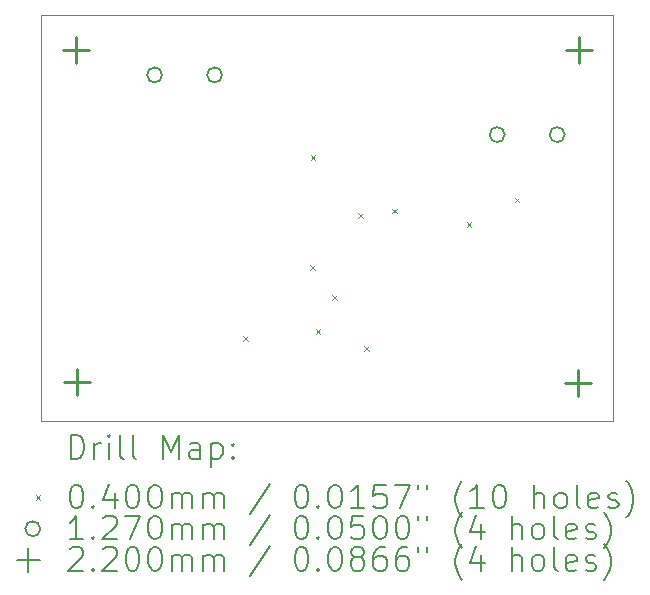
<source format=gbr>
%TF.GenerationSoftware,KiCad,Pcbnew,(6.0.10)*%
%TF.CreationDate,2023-02-10T16:59:45+05:30*%
%TF.ProjectId,MpptDemoBoard,4d707074-4465-46d6-9f42-6f6172642e6b,rev?*%
%TF.SameCoordinates,Original*%
%TF.FileFunction,Drillmap*%
%TF.FilePolarity,Positive*%
%FSLAX45Y45*%
G04 Gerber Fmt 4.5, Leading zero omitted, Abs format (unit mm)*
G04 Created by KiCad (PCBNEW (6.0.10)) date 2023-02-10 16:59:45*
%MOMM*%
%LPD*%
G01*
G04 APERTURE LIST*
%ADD10C,0.100000*%
%ADD11C,0.200000*%
%ADD12C,0.040000*%
%ADD13C,0.127000*%
%ADD14C,0.220000*%
G04 APERTURE END LIST*
D10*
X9903460Y-9779000D02*
X14747240Y-9779000D01*
X14747240Y-9779000D02*
X14747240Y-13223240D01*
X14747240Y-13223240D02*
X9903460Y-13223240D01*
X9903460Y-13223240D02*
X9903460Y-9779000D01*
D11*
D12*
X11613200Y-12502200D02*
X11653200Y-12542200D01*
X11653200Y-12502200D02*
X11613200Y-12542200D01*
X12182160Y-11900220D02*
X12222160Y-11940220D01*
X12222160Y-11900220D02*
X12182160Y-11940220D01*
X12187240Y-10968040D02*
X12227240Y-11008040D01*
X12227240Y-10968040D02*
X12187240Y-11008040D01*
X12230420Y-12443780D02*
X12270420Y-12483780D01*
X12270420Y-12443780D02*
X12230420Y-12483780D01*
X12370120Y-12151680D02*
X12410120Y-12191680D01*
X12410120Y-12151680D02*
X12370120Y-12191680D01*
X12588560Y-11458260D02*
X12628560Y-11498260D01*
X12628560Y-11458260D02*
X12588560Y-11498260D01*
X12641900Y-12588560D02*
X12681900Y-12628560D01*
X12681900Y-12588560D02*
X12641900Y-12628560D01*
X12875580Y-11422700D02*
X12915580Y-11462700D01*
X12915580Y-11422700D02*
X12875580Y-11462700D01*
X13508040Y-11537000D02*
X13548040Y-11577000D01*
X13548040Y-11537000D02*
X13508040Y-11577000D01*
X13914440Y-11328720D02*
X13954440Y-11368720D01*
X13954440Y-11328720D02*
X13914440Y-11368720D01*
D13*
X10929620Y-10289540D02*
G75*
G03*
X10929620Y-10289540I-63500J0D01*
G01*
X11437620Y-10289540D02*
G75*
G03*
X11437620Y-10289540I-63500J0D01*
G01*
X13830300Y-10795000D02*
G75*
G03*
X13830300Y-10795000I-63500J0D01*
G01*
X14338300Y-10795000D02*
G75*
G03*
X14338300Y-10795000I-63500J0D01*
G01*
D14*
X10203180Y-9966180D02*
X10203180Y-10186180D01*
X10093180Y-10076180D02*
X10313180Y-10076180D01*
X10208260Y-12775420D02*
X10208260Y-12995420D01*
X10098260Y-12885420D02*
X10318260Y-12885420D01*
X14455140Y-12785580D02*
X14455140Y-13005580D01*
X14345140Y-12895580D02*
X14565140Y-12895580D01*
X14462760Y-9968720D02*
X14462760Y-10188720D01*
X14352760Y-10078720D02*
X14572760Y-10078720D01*
D11*
X10156079Y-13538716D02*
X10156079Y-13338716D01*
X10203698Y-13338716D01*
X10232270Y-13348240D01*
X10251317Y-13367288D01*
X10260841Y-13386335D01*
X10270365Y-13424430D01*
X10270365Y-13453002D01*
X10260841Y-13491097D01*
X10251317Y-13510145D01*
X10232270Y-13529192D01*
X10203698Y-13538716D01*
X10156079Y-13538716D01*
X10356079Y-13538716D02*
X10356079Y-13405383D01*
X10356079Y-13443478D02*
X10365603Y-13424430D01*
X10375127Y-13414907D01*
X10394174Y-13405383D01*
X10413222Y-13405383D01*
X10479889Y-13538716D02*
X10479889Y-13405383D01*
X10479889Y-13338716D02*
X10470365Y-13348240D01*
X10479889Y-13357764D01*
X10489412Y-13348240D01*
X10479889Y-13338716D01*
X10479889Y-13357764D01*
X10603698Y-13538716D02*
X10584650Y-13529192D01*
X10575127Y-13510145D01*
X10575127Y-13338716D01*
X10708460Y-13538716D02*
X10689412Y-13529192D01*
X10679889Y-13510145D01*
X10679889Y-13338716D01*
X10937031Y-13538716D02*
X10937031Y-13338716D01*
X11003698Y-13481573D01*
X11070365Y-13338716D01*
X11070365Y-13538716D01*
X11251317Y-13538716D02*
X11251317Y-13433954D01*
X11241793Y-13414907D01*
X11222746Y-13405383D01*
X11184650Y-13405383D01*
X11165603Y-13414907D01*
X11251317Y-13529192D02*
X11232269Y-13538716D01*
X11184650Y-13538716D01*
X11165603Y-13529192D01*
X11156079Y-13510145D01*
X11156079Y-13491097D01*
X11165603Y-13472049D01*
X11184650Y-13462526D01*
X11232269Y-13462526D01*
X11251317Y-13453002D01*
X11346555Y-13405383D02*
X11346555Y-13605383D01*
X11346555Y-13414907D02*
X11365603Y-13405383D01*
X11403698Y-13405383D01*
X11422746Y-13414907D01*
X11432269Y-13424430D01*
X11441793Y-13443478D01*
X11441793Y-13500621D01*
X11432269Y-13519668D01*
X11422746Y-13529192D01*
X11403698Y-13538716D01*
X11365603Y-13538716D01*
X11346555Y-13529192D01*
X11527508Y-13519668D02*
X11537031Y-13529192D01*
X11527508Y-13538716D01*
X11517984Y-13529192D01*
X11527508Y-13519668D01*
X11527508Y-13538716D01*
X11527508Y-13414907D02*
X11537031Y-13424430D01*
X11527508Y-13433954D01*
X11517984Y-13424430D01*
X11527508Y-13414907D01*
X11527508Y-13433954D01*
D12*
X9858460Y-13848240D02*
X9898460Y-13888240D01*
X9898460Y-13848240D02*
X9858460Y-13888240D01*
D11*
X10194174Y-13758716D02*
X10213222Y-13758716D01*
X10232270Y-13768240D01*
X10241793Y-13777764D01*
X10251317Y-13796811D01*
X10260841Y-13834907D01*
X10260841Y-13882526D01*
X10251317Y-13920621D01*
X10241793Y-13939668D01*
X10232270Y-13949192D01*
X10213222Y-13958716D01*
X10194174Y-13958716D01*
X10175127Y-13949192D01*
X10165603Y-13939668D01*
X10156079Y-13920621D01*
X10146555Y-13882526D01*
X10146555Y-13834907D01*
X10156079Y-13796811D01*
X10165603Y-13777764D01*
X10175127Y-13768240D01*
X10194174Y-13758716D01*
X10346555Y-13939668D02*
X10356079Y-13949192D01*
X10346555Y-13958716D01*
X10337031Y-13949192D01*
X10346555Y-13939668D01*
X10346555Y-13958716D01*
X10527508Y-13825383D02*
X10527508Y-13958716D01*
X10479889Y-13749192D02*
X10432270Y-13892049D01*
X10556079Y-13892049D01*
X10670365Y-13758716D02*
X10689412Y-13758716D01*
X10708460Y-13768240D01*
X10717984Y-13777764D01*
X10727508Y-13796811D01*
X10737031Y-13834907D01*
X10737031Y-13882526D01*
X10727508Y-13920621D01*
X10717984Y-13939668D01*
X10708460Y-13949192D01*
X10689412Y-13958716D01*
X10670365Y-13958716D01*
X10651317Y-13949192D01*
X10641793Y-13939668D01*
X10632270Y-13920621D01*
X10622746Y-13882526D01*
X10622746Y-13834907D01*
X10632270Y-13796811D01*
X10641793Y-13777764D01*
X10651317Y-13768240D01*
X10670365Y-13758716D01*
X10860841Y-13758716D02*
X10879889Y-13758716D01*
X10898936Y-13768240D01*
X10908460Y-13777764D01*
X10917984Y-13796811D01*
X10927508Y-13834907D01*
X10927508Y-13882526D01*
X10917984Y-13920621D01*
X10908460Y-13939668D01*
X10898936Y-13949192D01*
X10879889Y-13958716D01*
X10860841Y-13958716D01*
X10841793Y-13949192D01*
X10832270Y-13939668D01*
X10822746Y-13920621D01*
X10813222Y-13882526D01*
X10813222Y-13834907D01*
X10822746Y-13796811D01*
X10832270Y-13777764D01*
X10841793Y-13768240D01*
X10860841Y-13758716D01*
X11013222Y-13958716D02*
X11013222Y-13825383D01*
X11013222Y-13844430D02*
X11022746Y-13834907D01*
X11041793Y-13825383D01*
X11070365Y-13825383D01*
X11089412Y-13834907D01*
X11098936Y-13853954D01*
X11098936Y-13958716D01*
X11098936Y-13853954D02*
X11108460Y-13834907D01*
X11127508Y-13825383D01*
X11156079Y-13825383D01*
X11175127Y-13834907D01*
X11184650Y-13853954D01*
X11184650Y-13958716D01*
X11279888Y-13958716D02*
X11279888Y-13825383D01*
X11279888Y-13844430D02*
X11289412Y-13834907D01*
X11308460Y-13825383D01*
X11337031Y-13825383D01*
X11356079Y-13834907D01*
X11365603Y-13853954D01*
X11365603Y-13958716D01*
X11365603Y-13853954D02*
X11375127Y-13834907D01*
X11394174Y-13825383D01*
X11422746Y-13825383D01*
X11441793Y-13834907D01*
X11451317Y-13853954D01*
X11451317Y-13958716D01*
X11841793Y-13749192D02*
X11670365Y-14006335D01*
X12098936Y-13758716D02*
X12117984Y-13758716D01*
X12137031Y-13768240D01*
X12146555Y-13777764D01*
X12156079Y-13796811D01*
X12165603Y-13834907D01*
X12165603Y-13882526D01*
X12156079Y-13920621D01*
X12146555Y-13939668D01*
X12137031Y-13949192D01*
X12117984Y-13958716D01*
X12098936Y-13958716D01*
X12079888Y-13949192D01*
X12070365Y-13939668D01*
X12060841Y-13920621D01*
X12051317Y-13882526D01*
X12051317Y-13834907D01*
X12060841Y-13796811D01*
X12070365Y-13777764D01*
X12079888Y-13768240D01*
X12098936Y-13758716D01*
X12251317Y-13939668D02*
X12260841Y-13949192D01*
X12251317Y-13958716D01*
X12241793Y-13949192D01*
X12251317Y-13939668D01*
X12251317Y-13958716D01*
X12384650Y-13758716D02*
X12403698Y-13758716D01*
X12422746Y-13768240D01*
X12432269Y-13777764D01*
X12441793Y-13796811D01*
X12451317Y-13834907D01*
X12451317Y-13882526D01*
X12441793Y-13920621D01*
X12432269Y-13939668D01*
X12422746Y-13949192D01*
X12403698Y-13958716D01*
X12384650Y-13958716D01*
X12365603Y-13949192D01*
X12356079Y-13939668D01*
X12346555Y-13920621D01*
X12337031Y-13882526D01*
X12337031Y-13834907D01*
X12346555Y-13796811D01*
X12356079Y-13777764D01*
X12365603Y-13768240D01*
X12384650Y-13758716D01*
X12641793Y-13958716D02*
X12527508Y-13958716D01*
X12584650Y-13958716D02*
X12584650Y-13758716D01*
X12565603Y-13787288D01*
X12546555Y-13806335D01*
X12527508Y-13815859D01*
X12822746Y-13758716D02*
X12727508Y-13758716D01*
X12717984Y-13853954D01*
X12727508Y-13844430D01*
X12746555Y-13834907D01*
X12794174Y-13834907D01*
X12813222Y-13844430D01*
X12822746Y-13853954D01*
X12832269Y-13873002D01*
X12832269Y-13920621D01*
X12822746Y-13939668D01*
X12813222Y-13949192D01*
X12794174Y-13958716D01*
X12746555Y-13958716D01*
X12727508Y-13949192D01*
X12717984Y-13939668D01*
X12898936Y-13758716D02*
X13032269Y-13758716D01*
X12946555Y-13958716D01*
X13098936Y-13758716D02*
X13098936Y-13796811D01*
X13175127Y-13758716D02*
X13175127Y-13796811D01*
X13470365Y-14034907D02*
X13460841Y-14025383D01*
X13441793Y-13996811D01*
X13432269Y-13977764D01*
X13422746Y-13949192D01*
X13413222Y-13901573D01*
X13413222Y-13863478D01*
X13422746Y-13815859D01*
X13432269Y-13787288D01*
X13441793Y-13768240D01*
X13460841Y-13739668D01*
X13470365Y-13730145D01*
X13651317Y-13958716D02*
X13537031Y-13958716D01*
X13594174Y-13958716D02*
X13594174Y-13758716D01*
X13575127Y-13787288D01*
X13556079Y-13806335D01*
X13537031Y-13815859D01*
X13775127Y-13758716D02*
X13794174Y-13758716D01*
X13813222Y-13768240D01*
X13822746Y-13777764D01*
X13832269Y-13796811D01*
X13841793Y-13834907D01*
X13841793Y-13882526D01*
X13832269Y-13920621D01*
X13822746Y-13939668D01*
X13813222Y-13949192D01*
X13794174Y-13958716D01*
X13775127Y-13958716D01*
X13756079Y-13949192D01*
X13746555Y-13939668D01*
X13737031Y-13920621D01*
X13727508Y-13882526D01*
X13727508Y-13834907D01*
X13737031Y-13796811D01*
X13746555Y-13777764D01*
X13756079Y-13768240D01*
X13775127Y-13758716D01*
X14079888Y-13958716D02*
X14079888Y-13758716D01*
X14165603Y-13958716D02*
X14165603Y-13853954D01*
X14156079Y-13834907D01*
X14137031Y-13825383D01*
X14108460Y-13825383D01*
X14089412Y-13834907D01*
X14079888Y-13844430D01*
X14289412Y-13958716D02*
X14270365Y-13949192D01*
X14260841Y-13939668D01*
X14251317Y-13920621D01*
X14251317Y-13863478D01*
X14260841Y-13844430D01*
X14270365Y-13834907D01*
X14289412Y-13825383D01*
X14317984Y-13825383D01*
X14337031Y-13834907D01*
X14346555Y-13844430D01*
X14356079Y-13863478D01*
X14356079Y-13920621D01*
X14346555Y-13939668D01*
X14337031Y-13949192D01*
X14317984Y-13958716D01*
X14289412Y-13958716D01*
X14470365Y-13958716D02*
X14451317Y-13949192D01*
X14441793Y-13930145D01*
X14441793Y-13758716D01*
X14622746Y-13949192D02*
X14603698Y-13958716D01*
X14565603Y-13958716D01*
X14546555Y-13949192D01*
X14537031Y-13930145D01*
X14537031Y-13853954D01*
X14546555Y-13834907D01*
X14565603Y-13825383D01*
X14603698Y-13825383D01*
X14622746Y-13834907D01*
X14632269Y-13853954D01*
X14632269Y-13873002D01*
X14537031Y-13892049D01*
X14708460Y-13949192D02*
X14727508Y-13958716D01*
X14765603Y-13958716D01*
X14784650Y-13949192D01*
X14794174Y-13930145D01*
X14794174Y-13920621D01*
X14784650Y-13901573D01*
X14765603Y-13892049D01*
X14737031Y-13892049D01*
X14717984Y-13882526D01*
X14708460Y-13863478D01*
X14708460Y-13853954D01*
X14717984Y-13834907D01*
X14737031Y-13825383D01*
X14765603Y-13825383D01*
X14784650Y-13834907D01*
X14860841Y-14034907D02*
X14870365Y-14025383D01*
X14889412Y-13996811D01*
X14898936Y-13977764D01*
X14908460Y-13949192D01*
X14917984Y-13901573D01*
X14917984Y-13863478D01*
X14908460Y-13815859D01*
X14898936Y-13787288D01*
X14889412Y-13768240D01*
X14870365Y-13739668D01*
X14860841Y-13730145D01*
D13*
X9898460Y-14132240D02*
G75*
G03*
X9898460Y-14132240I-63500J0D01*
G01*
D11*
X10260841Y-14222716D02*
X10146555Y-14222716D01*
X10203698Y-14222716D02*
X10203698Y-14022716D01*
X10184650Y-14051288D01*
X10165603Y-14070335D01*
X10146555Y-14079859D01*
X10346555Y-14203668D02*
X10356079Y-14213192D01*
X10346555Y-14222716D01*
X10337031Y-14213192D01*
X10346555Y-14203668D01*
X10346555Y-14222716D01*
X10432270Y-14041764D02*
X10441793Y-14032240D01*
X10460841Y-14022716D01*
X10508460Y-14022716D01*
X10527508Y-14032240D01*
X10537031Y-14041764D01*
X10546555Y-14060811D01*
X10546555Y-14079859D01*
X10537031Y-14108430D01*
X10422746Y-14222716D01*
X10546555Y-14222716D01*
X10613222Y-14022716D02*
X10746555Y-14022716D01*
X10660841Y-14222716D01*
X10860841Y-14022716D02*
X10879889Y-14022716D01*
X10898936Y-14032240D01*
X10908460Y-14041764D01*
X10917984Y-14060811D01*
X10927508Y-14098907D01*
X10927508Y-14146526D01*
X10917984Y-14184621D01*
X10908460Y-14203668D01*
X10898936Y-14213192D01*
X10879889Y-14222716D01*
X10860841Y-14222716D01*
X10841793Y-14213192D01*
X10832270Y-14203668D01*
X10822746Y-14184621D01*
X10813222Y-14146526D01*
X10813222Y-14098907D01*
X10822746Y-14060811D01*
X10832270Y-14041764D01*
X10841793Y-14032240D01*
X10860841Y-14022716D01*
X11013222Y-14222716D02*
X11013222Y-14089383D01*
X11013222Y-14108430D02*
X11022746Y-14098907D01*
X11041793Y-14089383D01*
X11070365Y-14089383D01*
X11089412Y-14098907D01*
X11098936Y-14117954D01*
X11098936Y-14222716D01*
X11098936Y-14117954D02*
X11108460Y-14098907D01*
X11127508Y-14089383D01*
X11156079Y-14089383D01*
X11175127Y-14098907D01*
X11184650Y-14117954D01*
X11184650Y-14222716D01*
X11279888Y-14222716D02*
X11279888Y-14089383D01*
X11279888Y-14108430D02*
X11289412Y-14098907D01*
X11308460Y-14089383D01*
X11337031Y-14089383D01*
X11356079Y-14098907D01*
X11365603Y-14117954D01*
X11365603Y-14222716D01*
X11365603Y-14117954D02*
X11375127Y-14098907D01*
X11394174Y-14089383D01*
X11422746Y-14089383D01*
X11441793Y-14098907D01*
X11451317Y-14117954D01*
X11451317Y-14222716D01*
X11841793Y-14013192D02*
X11670365Y-14270335D01*
X12098936Y-14022716D02*
X12117984Y-14022716D01*
X12137031Y-14032240D01*
X12146555Y-14041764D01*
X12156079Y-14060811D01*
X12165603Y-14098907D01*
X12165603Y-14146526D01*
X12156079Y-14184621D01*
X12146555Y-14203668D01*
X12137031Y-14213192D01*
X12117984Y-14222716D01*
X12098936Y-14222716D01*
X12079888Y-14213192D01*
X12070365Y-14203668D01*
X12060841Y-14184621D01*
X12051317Y-14146526D01*
X12051317Y-14098907D01*
X12060841Y-14060811D01*
X12070365Y-14041764D01*
X12079888Y-14032240D01*
X12098936Y-14022716D01*
X12251317Y-14203668D02*
X12260841Y-14213192D01*
X12251317Y-14222716D01*
X12241793Y-14213192D01*
X12251317Y-14203668D01*
X12251317Y-14222716D01*
X12384650Y-14022716D02*
X12403698Y-14022716D01*
X12422746Y-14032240D01*
X12432269Y-14041764D01*
X12441793Y-14060811D01*
X12451317Y-14098907D01*
X12451317Y-14146526D01*
X12441793Y-14184621D01*
X12432269Y-14203668D01*
X12422746Y-14213192D01*
X12403698Y-14222716D01*
X12384650Y-14222716D01*
X12365603Y-14213192D01*
X12356079Y-14203668D01*
X12346555Y-14184621D01*
X12337031Y-14146526D01*
X12337031Y-14098907D01*
X12346555Y-14060811D01*
X12356079Y-14041764D01*
X12365603Y-14032240D01*
X12384650Y-14022716D01*
X12632269Y-14022716D02*
X12537031Y-14022716D01*
X12527508Y-14117954D01*
X12537031Y-14108430D01*
X12556079Y-14098907D01*
X12603698Y-14098907D01*
X12622746Y-14108430D01*
X12632269Y-14117954D01*
X12641793Y-14137002D01*
X12641793Y-14184621D01*
X12632269Y-14203668D01*
X12622746Y-14213192D01*
X12603698Y-14222716D01*
X12556079Y-14222716D01*
X12537031Y-14213192D01*
X12527508Y-14203668D01*
X12765603Y-14022716D02*
X12784650Y-14022716D01*
X12803698Y-14032240D01*
X12813222Y-14041764D01*
X12822746Y-14060811D01*
X12832269Y-14098907D01*
X12832269Y-14146526D01*
X12822746Y-14184621D01*
X12813222Y-14203668D01*
X12803698Y-14213192D01*
X12784650Y-14222716D01*
X12765603Y-14222716D01*
X12746555Y-14213192D01*
X12737031Y-14203668D01*
X12727508Y-14184621D01*
X12717984Y-14146526D01*
X12717984Y-14098907D01*
X12727508Y-14060811D01*
X12737031Y-14041764D01*
X12746555Y-14032240D01*
X12765603Y-14022716D01*
X12956079Y-14022716D02*
X12975127Y-14022716D01*
X12994174Y-14032240D01*
X13003698Y-14041764D01*
X13013222Y-14060811D01*
X13022746Y-14098907D01*
X13022746Y-14146526D01*
X13013222Y-14184621D01*
X13003698Y-14203668D01*
X12994174Y-14213192D01*
X12975127Y-14222716D01*
X12956079Y-14222716D01*
X12937031Y-14213192D01*
X12927508Y-14203668D01*
X12917984Y-14184621D01*
X12908460Y-14146526D01*
X12908460Y-14098907D01*
X12917984Y-14060811D01*
X12927508Y-14041764D01*
X12937031Y-14032240D01*
X12956079Y-14022716D01*
X13098936Y-14022716D02*
X13098936Y-14060811D01*
X13175127Y-14022716D02*
X13175127Y-14060811D01*
X13470365Y-14298907D02*
X13460841Y-14289383D01*
X13441793Y-14260811D01*
X13432269Y-14241764D01*
X13422746Y-14213192D01*
X13413222Y-14165573D01*
X13413222Y-14127478D01*
X13422746Y-14079859D01*
X13432269Y-14051288D01*
X13441793Y-14032240D01*
X13460841Y-14003668D01*
X13470365Y-13994145D01*
X13632269Y-14089383D02*
X13632269Y-14222716D01*
X13584650Y-14013192D02*
X13537031Y-14156049D01*
X13660841Y-14156049D01*
X13889412Y-14222716D02*
X13889412Y-14022716D01*
X13975127Y-14222716D02*
X13975127Y-14117954D01*
X13965603Y-14098907D01*
X13946555Y-14089383D01*
X13917984Y-14089383D01*
X13898936Y-14098907D01*
X13889412Y-14108430D01*
X14098936Y-14222716D02*
X14079888Y-14213192D01*
X14070365Y-14203668D01*
X14060841Y-14184621D01*
X14060841Y-14127478D01*
X14070365Y-14108430D01*
X14079888Y-14098907D01*
X14098936Y-14089383D01*
X14127508Y-14089383D01*
X14146555Y-14098907D01*
X14156079Y-14108430D01*
X14165603Y-14127478D01*
X14165603Y-14184621D01*
X14156079Y-14203668D01*
X14146555Y-14213192D01*
X14127508Y-14222716D01*
X14098936Y-14222716D01*
X14279888Y-14222716D02*
X14260841Y-14213192D01*
X14251317Y-14194145D01*
X14251317Y-14022716D01*
X14432269Y-14213192D02*
X14413222Y-14222716D01*
X14375127Y-14222716D01*
X14356079Y-14213192D01*
X14346555Y-14194145D01*
X14346555Y-14117954D01*
X14356079Y-14098907D01*
X14375127Y-14089383D01*
X14413222Y-14089383D01*
X14432269Y-14098907D01*
X14441793Y-14117954D01*
X14441793Y-14137002D01*
X14346555Y-14156049D01*
X14517984Y-14213192D02*
X14537031Y-14222716D01*
X14575127Y-14222716D01*
X14594174Y-14213192D01*
X14603698Y-14194145D01*
X14603698Y-14184621D01*
X14594174Y-14165573D01*
X14575127Y-14156049D01*
X14546555Y-14156049D01*
X14527508Y-14146526D01*
X14517984Y-14127478D01*
X14517984Y-14117954D01*
X14527508Y-14098907D01*
X14546555Y-14089383D01*
X14575127Y-14089383D01*
X14594174Y-14098907D01*
X14670365Y-14298907D02*
X14679888Y-14289383D01*
X14698936Y-14260811D01*
X14708460Y-14241764D01*
X14717984Y-14213192D01*
X14727508Y-14165573D01*
X14727508Y-14127478D01*
X14717984Y-14079859D01*
X14708460Y-14051288D01*
X14698936Y-14032240D01*
X14679888Y-14003668D01*
X14670365Y-13994145D01*
X9798460Y-14296240D02*
X9798460Y-14496240D01*
X9698460Y-14396240D02*
X9898460Y-14396240D01*
X10146555Y-14305764D02*
X10156079Y-14296240D01*
X10175127Y-14286716D01*
X10222746Y-14286716D01*
X10241793Y-14296240D01*
X10251317Y-14305764D01*
X10260841Y-14324811D01*
X10260841Y-14343859D01*
X10251317Y-14372430D01*
X10137031Y-14486716D01*
X10260841Y-14486716D01*
X10346555Y-14467668D02*
X10356079Y-14477192D01*
X10346555Y-14486716D01*
X10337031Y-14477192D01*
X10346555Y-14467668D01*
X10346555Y-14486716D01*
X10432270Y-14305764D02*
X10441793Y-14296240D01*
X10460841Y-14286716D01*
X10508460Y-14286716D01*
X10527508Y-14296240D01*
X10537031Y-14305764D01*
X10546555Y-14324811D01*
X10546555Y-14343859D01*
X10537031Y-14372430D01*
X10422746Y-14486716D01*
X10546555Y-14486716D01*
X10670365Y-14286716D02*
X10689412Y-14286716D01*
X10708460Y-14296240D01*
X10717984Y-14305764D01*
X10727508Y-14324811D01*
X10737031Y-14362907D01*
X10737031Y-14410526D01*
X10727508Y-14448621D01*
X10717984Y-14467668D01*
X10708460Y-14477192D01*
X10689412Y-14486716D01*
X10670365Y-14486716D01*
X10651317Y-14477192D01*
X10641793Y-14467668D01*
X10632270Y-14448621D01*
X10622746Y-14410526D01*
X10622746Y-14362907D01*
X10632270Y-14324811D01*
X10641793Y-14305764D01*
X10651317Y-14296240D01*
X10670365Y-14286716D01*
X10860841Y-14286716D02*
X10879889Y-14286716D01*
X10898936Y-14296240D01*
X10908460Y-14305764D01*
X10917984Y-14324811D01*
X10927508Y-14362907D01*
X10927508Y-14410526D01*
X10917984Y-14448621D01*
X10908460Y-14467668D01*
X10898936Y-14477192D01*
X10879889Y-14486716D01*
X10860841Y-14486716D01*
X10841793Y-14477192D01*
X10832270Y-14467668D01*
X10822746Y-14448621D01*
X10813222Y-14410526D01*
X10813222Y-14362907D01*
X10822746Y-14324811D01*
X10832270Y-14305764D01*
X10841793Y-14296240D01*
X10860841Y-14286716D01*
X11013222Y-14486716D02*
X11013222Y-14353383D01*
X11013222Y-14372430D02*
X11022746Y-14362907D01*
X11041793Y-14353383D01*
X11070365Y-14353383D01*
X11089412Y-14362907D01*
X11098936Y-14381954D01*
X11098936Y-14486716D01*
X11098936Y-14381954D02*
X11108460Y-14362907D01*
X11127508Y-14353383D01*
X11156079Y-14353383D01*
X11175127Y-14362907D01*
X11184650Y-14381954D01*
X11184650Y-14486716D01*
X11279888Y-14486716D02*
X11279888Y-14353383D01*
X11279888Y-14372430D02*
X11289412Y-14362907D01*
X11308460Y-14353383D01*
X11337031Y-14353383D01*
X11356079Y-14362907D01*
X11365603Y-14381954D01*
X11365603Y-14486716D01*
X11365603Y-14381954D02*
X11375127Y-14362907D01*
X11394174Y-14353383D01*
X11422746Y-14353383D01*
X11441793Y-14362907D01*
X11451317Y-14381954D01*
X11451317Y-14486716D01*
X11841793Y-14277192D02*
X11670365Y-14534335D01*
X12098936Y-14286716D02*
X12117984Y-14286716D01*
X12137031Y-14296240D01*
X12146555Y-14305764D01*
X12156079Y-14324811D01*
X12165603Y-14362907D01*
X12165603Y-14410526D01*
X12156079Y-14448621D01*
X12146555Y-14467668D01*
X12137031Y-14477192D01*
X12117984Y-14486716D01*
X12098936Y-14486716D01*
X12079888Y-14477192D01*
X12070365Y-14467668D01*
X12060841Y-14448621D01*
X12051317Y-14410526D01*
X12051317Y-14362907D01*
X12060841Y-14324811D01*
X12070365Y-14305764D01*
X12079888Y-14296240D01*
X12098936Y-14286716D01*
X12251317Y-14467668D02*
X12260841Y-14477192D01*
X12251317Y-14486716D01*
X12241793Y-14477192D01*
X12251317Y-14467668D01*
X12251317Y-14486716D01*
X12384650Y-14286716D02*
X12403698Y-14286716D01*
X12422746Y-14296240D01*
X12432269Y-14305764D01*
X12441793Y-14324811D01*
X12451317Y-14362907D01*
X12451317Y-14410526D01*
X12441793Y-14448621D01*
X12432269Y-14467668D01*
X12422746Y-14477192D01*
X12403698Y-14486716D01*
X12384650Y-14486716D01*
X12365603Y-14477192D01*
X12356079Y-14467668D01*
X12346555Y-14448621D01*
X12337031Y-14410526D01*
X12337031Y-14362907D01*
X12346555Y-14324811D01*
X12356079Y-14305764D01*
X12365603Y-14296240D01*
X12384650Y-14286716D01*
X12565603Y-14372430D02*
X12546555Y-14362907D01*
X12537031Y-14353383D01*
X12527508Y-14334335D01*
X12527508Y-14324811D01*
X12537031Y-14305764D01*
X12546555Y-14296240D01*
X12565603Y-14286716D01*
X12603698Y-14286716D01*
X12622746Y-14296240D01*
X12632269Y-14305764D01*
X12641793Y-14324811D01*
X12641793Y-14334335D01*
X12632269Y-14353383D01*
X12622746Y-14362907D01*
X12603698Y-14372430D01*
X12565603Y-14372430D01*
X12546555Y-14381954D01*
X12537031Y-14391478D01*
X12527508Y-14410526D01*
X12527508Y-14448621D01*
X12537031Y-14467668D01*
X12546555Y-14477192D01*
X12565603Y-14486716D01*
X12603698Y-14486716D01*
X12622746Y-14477192D01*
X12632269Y-14467668D01*
X12641793Y-14448621D01*
X12641793Y-14410526D01*
X12632269Y-14391478D01*
X12622746Y-14381954D01*
X12603698Y-14372430D01*
X12813222Y-14286716D02*
X12775127Y-14286716D01*
X12756079Y-14296240D01*
X12746555Y-14305764D01*
X12727508Y-14334335D01*
X12717984Y-14372430D01*
X12717984Y-14448621D01*
X12727508Y-14467668D01*
X12737031Y-14477192D01*
X12756079Y-14486716D01*
X12794174Y-14486716D01*
X12813222Y-14477192D01*
X12822746Y-14467668D01*
X12832269Y-14448621D01*
X12832269Y-14401002D01*
X12822746Y-14381954D01*
X12813222Y-14372430D01*
X12794174Y-14362907D01*
X12756079Y-14362907D01*
X12737031Y-14372430D01*
X12727508Y-14381954D01*
X12717984Y-14401002D01*
X13003698Y-14286716D02*
X12965603Y-14286716D01*
X12946555Y-14296240D01*
X12937031Y-14305764D01*
X12917984Y-14334335D01*
X12908460Y-14372430D01*
X12908460Y-14448621D01*
X12917984Y-14467668D01*
X12927508Y-14477192D01*
X12946555Y-14486716D01*
X12984650Y-14486716D01*
X13003698Y-14477192D01*
X13013222Y-14467668D01*
X13022746Y-14448621D01*
X13022746Y-14401002D01*
X13013222Y-14381954D01*
X13003698Y-14372430D01*
X12984650Y-14362907D01*
X12946555Y-14362907D01*
X12927508Y-14372430D01*
X12917984Y-14381954D01*
X12908460Y-14401002D01*
X13098936Y-14286716D02*
X13098936Y-14324811D01*
X13175127Y-14286716D02*
X13175127Y-14324811D01*
X13470365Y-14562907D02*
X13460841Y-14553383D01*
X13441793Y-14524811D01*
X13432269Y-14505764D01*
X13422746Y-14477192D01*
X13413222Y-14429573D01*
X13413222Y-14391478D01*
X13422746Y-14343859D01*
X13432269Y-14315288D01*
X13441793Y-14296240D01*
X13460841Y-14267668D01*
X13470365Y-14258145D01*
X13632269Y-14353383D02*
X13632269Y-14486716D01*
X13584650Y-14277192D02*
X13537031Y-14420049D01*
X13660841Y-14420049D01*
X13889412Y-14486716D02*
X13889412Y-14286716D01*
X13975127Y-14486716D02*
X13975127Y-14381954D01*
X13965603Y-14362907D01*
X13946555Y-14353383D01*
X13917984Y-14353383D01*
X13898936Y-14362907D01*
X13889412Y-14372430D01*
X14098936Y-14486716D02*
X14079888Y-14477192D01*
X14070365Y-14467668D01*
X14060841Y-14448621D01*
X14060841Y-14391478D01*
X14070365Y-14372430D01*
X14079888Y-14362907D01*
X14098936Y-14353383D01*
X14127508Y-14353383D01*
X14146555Y-14362907D01*
X14156079Y-14372430D01*
X14165603Y-14391478D01*
X14165603Y-14448621D01*
X14156079Y-14467668D01*
X14146555Y-14477192D01*
X14127508Y-14486716D01*
X14098936Y-14486716D01*
X14279888Y-14486716D02*
X14260841Y-14477192D01*
X14251317Y-14458145D01*
X14251317Y-14286716D01*
X14432269Y-14477192D02*
X14413222Y-14486716D01*
X14375127Y-14486716D01*
X14356079Y-14477192D01*
X14346555Y-14458145D01*
X14346555Y-14381954D01*
X14356079Y-14362907D01*
X14375127Y-14353383D01*
X14413222Y-14353383D01*
X14432269Y-14362907D01*
X14441793Y-14381954D01*
X14441793Y-14401002D01*
X14346555Y-14420049D01*
X14517984Y-14477192D02*
X14537031Y-14486716D01*
X14575127Y-14486716D01*
X14594174Y-14477192D01*
X14603698Y-14458145D01*
X14603698Y-14448621D01*
X14594174Y-14429573D01*
X14575127Y-14420049D01*
X14546555Y-14420049D01*
X14527508Y-14410526D01*
X14517984Y-14391478D01*
X14517984Y-14381954D01*
X14527508Y-14362907D01*
X14546555Y-14353383D01*
X14575127Y-14353383D01*
X14594174Y-14362907D01*
X14670365Y-14562907D02*
X14679888Y-14553383D01*
X14698936Y-14524811D01*
X14708460Y-14505764D01*
X14717984Y-14477192D01*
X14727508Y-14429573D01*
X14727508Y-14391478D01*
X14717984Y-14343859D01*
X14708460Y-14315288D01*
X14698936Y-14296240D01*
X14679888Y-14267668D01*
X14670365Y-14258145D01*
M02*

</source>
